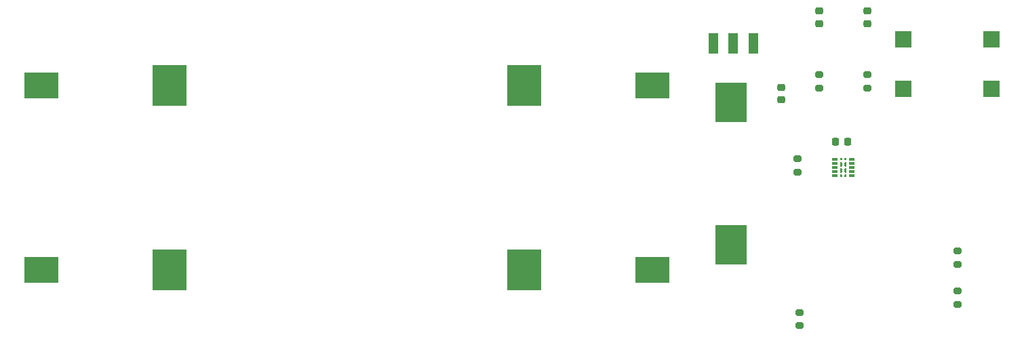
<source format=gbr>
%TF.GenerationSoftware,KiCad,Pcbnew,8.0.5*%
%TF.CreationDate,2024-11-08T20:24:14-08:00*%
%TF.ProjectId,newbatt,6e657762-6174-4742-9e6b-696361645f70,rev?*%
%TF.SameCoordinates,Original*%
%TF.FileFunction,Paste,Top*%
%TF.FilePolarity,Positive*%
%FSLAX46Y46*%
G04 Gerber Fmt 4.6, Leading zero omitted, Abs format (unit mm)*
G04 Created by KiCad (PCBNEW 8.0.5) date 2024-11-08 20:24:14*
%MOMM*%
%LPD*%
G01*
G04 APERTURE LIST*
G04 Aperture macros list*
%AMRoundRect*
0 Rectangle with rounded corners*
0 $1 Rounding radius*
0 $2 $3 $4 $5 $6 $7 $8 $9 X,Y pos of 4 corners*
0 Add a 4 corners polygon primitive as box body*
4,1,4,$2,$3,$4,$5,$6,$7,$8,$9,$2,$3,0*
0 Add four circle primitives for the rounded corners*
1,1,$1+$1,$2,$3*
1,1,$1+$1,$4,$5*
1,1,$1+$1,$6,$7*
1,1,$1+$1,$8,$9*
0 Add four rect primitives between the rounded corners*
20,1,$1+$1,$2,$3,$4,$5,0*
20,1,$1+$1,$4,$5,$6,$7,0*
20,1,$1+$1,$6,$7,$8,$9,0*
20,1,$1+$1,$8,$9,$2,$3,0*%
G04 Aperture macros list end*
%ADD10C,0.000000*%
%ADD11R,4.240000X3.300000*%
%ADD12R,4.240000X5.200000*%
%ADD13R,1.200000X2.500000*%
%ADD14R,2.000000X2.000000*%
%ADD15R,4.000000X5.000000*%
%ADD16RoundRect,0.200000X0.275000X-0.200000X0.275000X0.200000X-0.275000X0.200000X-0.275000X-0.200000X0*%
%ADD17RoundRect,0.225000X-0.250000X0.225000X-0.250000X-0.225000X0.250000X-0.225000X0.250000X0.225000X0*%
%ADD18RoundRect,0.225000X-0.225000X-0.250000X0.225000X-0.250000X0.225000X0.250000X-0.225000X0.250000X0*%
%ADD19RoundRect,0.200000X-0.275000X0.200000X-0.275000X-0.200000X0.275000X-0.200000X0.275000X0.200000X0*%
%ADD20RoundRect,0.218750X-0.256250X0.218750X-0.256250X-0.218750X0.256250X-0.218750X0.256250X0.218750X0*%
%ADD21R,0.660400X0.304800*%
G04 APERTURE END LIST*
D10*
%TO.C,U1*%
G36*
X125650000Y-35183779D02*
G01*
X125508579Y-35325200D01*
X125355030Y-35325200D01*
X125355030Y-35030230D01*
X125650000Y-35030230D01*
X125650000Y-35183779D01*
G37*
G36*
X125650000Y-37241421D02*
G01*
X125650000Y-37394970D01*
X125355030Y-37394970D01*
X125355030Y-37100000D01*
X125508579Y-37100000D01*
X125650000Y-37241421D01*
G37*
G36*
X126144970Y-35325200D02*
G01*
X125991421Y-35325200D01*
X125850000Y-35183779D01*
X125850000Y-35030230D01*
X126144970Y-35030230D01*
X126144970Y-35325200D01*
G37*
G36*
X126144970Y-37394970D02*
G01*
X125850000Y-37394970D01*
X125850000Y-37241421D01*
X125991421Y-37100000D01*
X126144970Y-37100000D01*
X126144970Y-37394970D01*
G37*
G36*
X125650000Y-35666621D02*
G01*
X125650000Y-35971179D01*
X125508579Y-36112600D01*
X125355030Y-36112600D01*
X125355030Y-35525200D01*
X125508579Y-35525200D01*
X125650000Y-35666621D01*
G37*
G36*
X125650000Y-36454021D02*
G01*
X125650000Y-36758579D01*
X125508579Y-36900000D01*
X125355030Y-36900000D01*
X125355030Y-36312600D01*
X125508579Y-36312600D01*
X125650000Y-36454021D01*
G37*
G36*
X126144970Y-36112600D02*
G01*
X125991421Y-36112600D01*
X125850000Y-35971179D01*
X125850000Y-35666621D01*
X125991421Y-35525200D01*
X126144970Y-35525200D01*
X126144970Y-36112600D01*
G37*
G36*
X126144970Y-36900000D02*
G01*
X125991421Y-36900000D01*
X125850000Y-36758579D01*
X125850000Y-36454021D01*
X125991421Y-36312600D01*
X126144970Y-36312600D01*
X126144970Y-36900000D01*
G37*
%TD*%
D11*
%TO.C,BT1*%
X101880000Y-49000000D03*
D12*
X85870000Y-49000000D03*
X41630000Y-49000000D03*
D11*
X25620000Y-49000000D03*
%TD*%
D13*
%TO.C,S1*%
X109500000Y-20750000D03*
X112000000Y-20750000D03*
X114500000Y-20750000D03*
%TD*%
D14*
%TO.C,J1*%
X133250000Y-26450000D03*
X133250000Y-20250000D03*
X144250000Y-20250000D03*
X144250000Y-26450000D03*
%TD*%
D15*
%TO.C,F1*%
X111750000Y-45850000D03*
X111750000Y-28150000D03*
%TD*%
D16*
%TO.C,R2*%
X128750000Y-26325000D03*
X128750000Y-24675000D03*
%TD*%
D17*
%TO.C,C2*%
X118000000Y-26250000D03*
X118000000Y-27800000D03*
%TD*%
D18*
%TO.C,C1*%
X124725000Y-33000000D03*
X126275000Y-33000000D03*
%TD*%
D19*
%TO.C,R1*%
X120000000Y-36825000D03*
X120000000Y-35175000D03*
%TD*%
D20*
%TO.C,D2*%
X122750000Y-16712500D03*
X122750000Y-18287500D03*
%TD*%
D19*
%TO.C,RT1*%
X120250000Y-54350000D03*
X120250000Y-56000000D03*
%TD*%
D21*
%TO.C,U1*%
X124721300Y-35212599D03*
X124721300Y-35712601D03*
X124721300Y-36212600D03*
X124721300Y-36712599D03*
X124721300Y-37212601D03*
X126778700Y-37212601D03*
X126778700Y-36712599D03*
X126778700Y-36212600D03*
X126778700Y-35712601D03*
X126778700Y-35212599D03*
%TD*%
D16*
%TO.C,R3*%
X122750000Y-26325000D03*
X122750000Y-24675000D03*
%TD*%
D20*
%TO.C,D1*%
X128750000Y-16712500D03*
X128750000Y-18287500D03*
%TD*%
D19*
%TO.C,R4*%
X140000000Y-46675000D03*
X140000000Y-48325000D03*
%TD*%
%TO.C,R5*%
X140000000Y-51675000D03*
X140000000Y-53325000D03*
%TD*%
D11*
%TO.C,BT2*%
X101880000Y-26000000D03*
D12*
X85870000Y-26000000D03*
X41630000Y-26000000D03*
D11*
X25620000Y-26000000D03*
%TD*%
M02*

</source>
